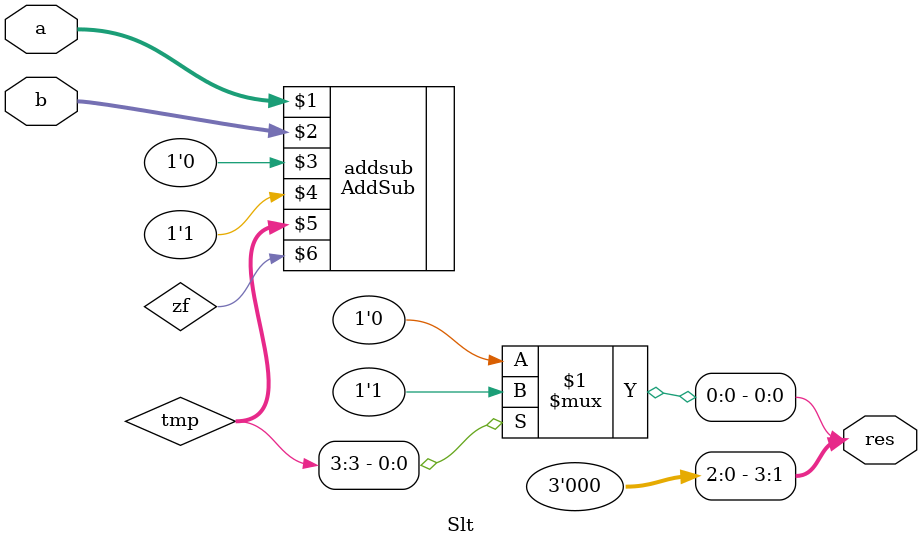
<source format=v>
`ifndef SLT_V_
`define SLT_V_

`include "adder.v"
module Slt
#(parameter INPUTSIZE = 4)
(
	input [INPUTSIZE - 1:0] a,
	input [INPUTSIZE - 1:0] b,
	output [INPUTSIZE - 1:0] res
);
	wire [INPUTSIZE - 1:0] tmp;
	wire zf;
	AddSub #(.INPUTSIZE(INPUTSIZE)) addsub( a, b, 1'b0, 1'b1, tmp, zf);
		
	assign res = tmp[3] ? 1'b1 : 1'b0;

endmodule

`endif
</source>
